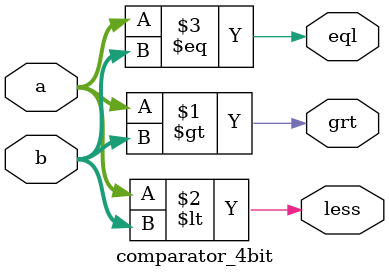
<source format=v>
module comparator_4bit(
input [3:0]a,b,
output eql,grt,less
);

assign grt=(a>b);
assign less=(a<b);
assign eql=(a==b);

endmodule



</source>
